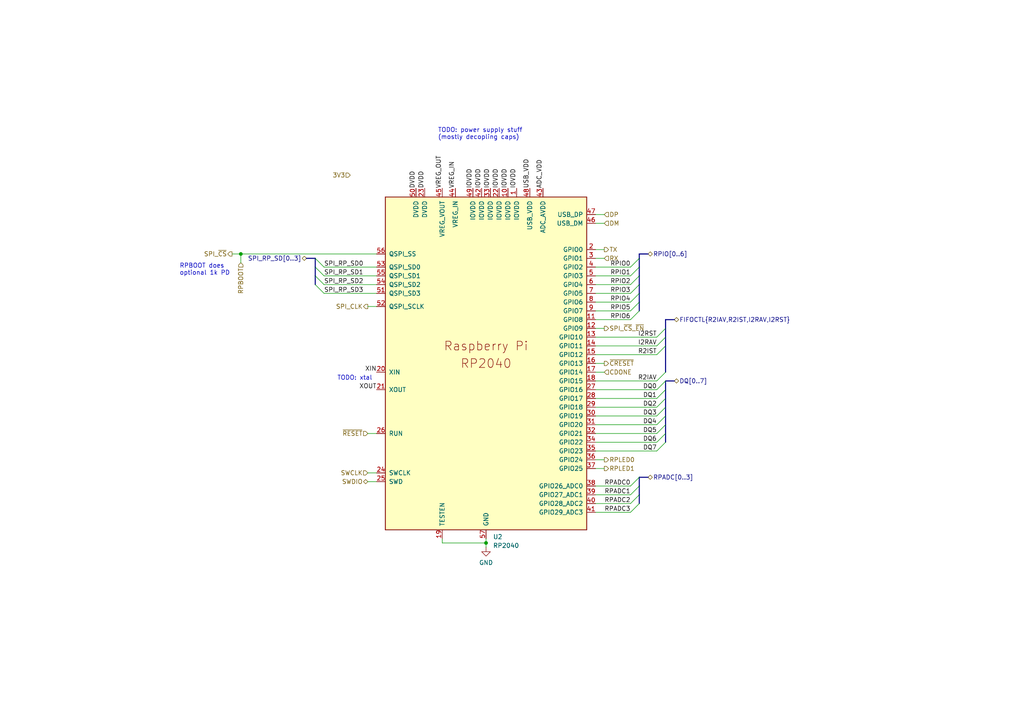
<source format=kicad_sch>
(kicad_sch (version 20211123) (generator eeschema)
  (paper "A4")
  (lib_symbols
    (symbol "MCU_RaspberryPi_and_Boards:RP2040" (pin_names (offset 1.016))
      (property "Reference" "U" (at -29.21 49.53 0))
      (property "Value" "RP2040" (at 24.13 -49.53 0))
      (symbol "RP2040_0_0"
        (text "Raspberry Pi" (at 0 5.08 0) (effects (font (size 2.54 2.54))))
        (text "RP2040" (at 0 0 0) (effects (font (size 2.54 2.54))))
      )
      (symbol "RP2040_0_1"
        (rectangle (start 29.21 48.26) (end -29.21 -48.26) (stroke (width 0.254)) (fill (type background)))
      )
      (symbol "RP2040_1_1"
        (pin power_in line (at 8.89 50.8 270) (length 2.54) (name "IOVDD") (number "1"))
        (pin power_in line (at 6.35 50.8 270) (length 2.54) (name "IOVDD") (number "10"))
        (pin bidirectional line (at 31.75 12.7 180) (length 2.54) (name "GPIO8") (number "11"))
        (pin bidirectional line (at 31.75 10.16 180) (length 2.54) (name "GPIO9") (number "12"))
        (pin bidirectional line (at 31.75 7.62 180) (length 2.54) (name "GPIO10") (number "13"))
        (pin bidirectional line (at 31.75 5.08 180) (length 2.54) (name "GPIO11") (number "14"))
        (pin bidirectional line (at 31.75 2.54 180) (length 2.54) (name "GPIO12") (number "15"))
        (pin bidirectional line (at 31.75 0 180) (length 2.54) (name "GPIO13") (number "16"))
        (pin bidirectional line (at 31.75 -2.54 180) (length 2.54) (name "GPIO14") (number "17"))
        (pin bidirectional line (at 31.75 -5.08 180) (length 2.54) (name "GPIO15") (number "18"))
        (pin passive line (at -12.7 -50.8 90) (length 2.54) (name "TESTEN") (number "19"))
        (pin bidirectional line (at 31.75 33.02 180) (length 2.54) (name "GPIO0") (number "2"))
        (pin input line (at -31.75 -2.54 0) (length 2.54) (name "XIN") (number "20"))
        (pin passive line (at -31.75 -7.62 0) (length 2.54) (name "XOUT") (number "21"))
        (pin power_in line (at 3.81 50.8 270) (length 2.54) (name "IOVDD") (number "22"))
        (pin power_in line (at -17.78 50.8 270) (length 2.54) (name "DVDD") (number "23"))
        (pin output line (at -31.75 -31.75 0) (length 2.54) (name "SWCLK") (number "24"))
        (pin bidirectional line (at -31.75 -34.29 0) (length 2.54) (name "SWD") (number "25"))
        (pin input line (at -31.75 -20.32 0) (length 2.54) (name "RUN") (number "26"))
        (pin bidirectional line (at 31.75 -7.62 180) (length 2.54) (name "GPIO16") (number "27"))
        (pin bidirectional line (at 31.75 -10.16 180) (length 2.54) (name "GPIO17") (number "28"))
        (pin bidirectional line (at 31.75 -12.7 180) (length 2.54) (name "GPIO18") (number "29"))
        (pin bidirectional line (at 31.75 30.48 180) (length 2.54) (name "GPIO1") (number "3"))
        (pin bidirectional line (at 31.75 -15.24 180) (length 2.54) (name "GPIO19") (number "30"))
        (pin bidirectional line (at 31.75 -17.78 180) (length 2.54) (name "GPIO20") (number "31"))
        (pin bidirectional line (at 31.75 -20.32 180) (length 2.54) (name "GPIO21") (number "32"))
        (pin power_in line (at 1.27 50.8 270) (length 2.54) (name "IOVDD") (number "33"))
        (pin bidirectional line (at 31.75 -22.86 180) (length 2.54) (name "GPIO22") (number "34"))
        (pin bidirectional line (at 31.75 -25.4 180) (length 2.54) (name "GPIO23") (number "35"))
        (pin bidirectional line (at 31.75 -27.94 180) (length 2.54) (name "GPIO24") (number "36"))
        (pin bidirectional line (at 31.75 -30.48 180) (length 2.54) (name "GPIO25") (number "37"))
        (pin bidirectional line (at 31.75 -35.56 180) (length 2.54) (name "GPIO26_ADC0") (number "38"))
        (pin bidirectional line (at 31.75 -38.1 180) (length 2.54) (name "GPIO27_ADC1") (number "39"))
        (pin bidirectional line (at 31.75 27.94 180) (length 2.54) (name "GPIO2") (number "4"))
        (pin bidirectional line (at 31.75 -40.64 180) (length 2.54) (name "GPIO28_ADC2") (number "40"))
        (pin bidirectional line (at 31.75 -43.18 180) (length 2.54) (name "GPIO29_ADC3") (number "41"))
        (pin power_in line (at -1.27 50.8 270) (length 2.54) (name "IOVDD") (number "42"))
        (pin power_in line (at 16.51 50.8 270) (length 2.54) (name "ADC_AVDD") (number "43"))
        (pin power_in line (at -8.89 50.8 270) (length 2.54) (name "VREG_IN") (number "44"))
        (pin power_out line (at -12.7 50.8 270) (length 2.54) (name "VREG_VOUT") (number "45"))
        (pin bidirectional line (at 31.75 40.64 180) (length 2.54) (name "USB_DM") (number "46"))
        (pin bidirectional line (at 31.75 43.18 180) (length 2.54) (name "USB_DP") (number "47"))
        (pin power_in line (at 12.7 50.8 270) (length 2.54) (name "USB_VDD") (number "48"))
        (pin power_in line (at -3.81 50.8 270) (length 2.54) (name "IOVDD") (number "49"))
        (pin bidirectional line (at 31.75 25.4 180) (length 2.54) (name "GPIO3") (number "5"))
        (pin power_in line (at -20.32 50.8 270) (length 2.54) (name "DVDD") (number "50"))
        (pin bidirectional line (at -31.75 20.32 0) (length 2.54) (name "QSPI_SD3") (number "51"))
        (pin output line (at -31.75 16.51 0) (length 2.54) (name "QSPI_SCLK") (number "52"))
        (pin bidirectional line (at -31.75 27.94 0) (length 2.54) (name "QSPI_SD0") (number "53"))
        (pin bidirectional line (at -31.75 22.86 0) (length 2.54) (name "QSPI_SD2") (number "54"))
        (pin bidirectional line (at -31.75 25.4 0) (length 2.54) (name "QSPI_SD1") (number "55"))
        (pin bidirectional line (at -31.75 31.75 0) (length 2.54) (name "QSPI_SS") (number "56"))
        (pin power_in line (at 0 -50.8 90) (length 2.54) (name "GND") (number "57"))
        (pin bidirectional line (at 31.75 22.86 180) (length 2.54) (name "GPIO4") (number "6"))
        (pin bidirectional line (at 31.75 20.32 180) (length 2.54) (name "GPIO5") (number "7"))
        (pin bidirectional line (at 31.75 17.78 180) (length 2.54) (name "GPIO6") (number "8"))
        (pin bidirectional line (at 31.75 15.24 180) (length 2.54) (name "GPIO7") (number "9"))
      )
    )
    (symbol "power:GND" (power) (pin_names (offset 0))
      (property "Value" "GND" (at 0 -3.81 0))
      (symbol "GND_0_1"
        (polyline (pts (xy 0 0) (xy 0 -1.27) (xy 1.27 -1.27) (xy 0 -2.54) (xy -1.27 -1.27) (xy 0 -1.27)))
      )
      (symbol "GND_1_1"
        (pin power_in line (at 0 0 270) (length 0) hide (name "GND") (number "1"))
      )
    )
  )
  (junction (at 140.97 157.48))
  (junction (at 69.85 73.66))
  (bus_entry (at 182.88 140.97) (size 2.54 -2.54))
  (bus_entry (at 182.88 146.05) (size 2.54 -2.54))
  (bus_entry (at 182.88 90.17) (size 2.54 -2.54))
  (bus_entry (at 182.88 148.59) (size 2.54 -2.54))
  (bus_entry (at 190.5 110.49) (size 2.54 -2.54))
  (bus_entry (at 190.5 102.87) (size 2.54 -2.54))
  (bus_entry (at 190.5 100.33) (size 2.54 -2.54))
  (bus_entry (at 190.5 97.79) (size 2.54 -2.54))
  (bus_entry (at 182.88 77.47) (size 2.54 -2.54))
  (bus_entry (at 91.44 74.93) (size 2.54 2.54))
  (bus_entry (at 91.44 80.01) (size 2.54 2.54))
  (bus_entry (at 91.44 77.47) (size 2.54 2.54))
  (bus_entry (at 91.44 82.55) (size 2.54 2.54))
  (bus_entry (at 182.88 143.51) (size 2.54 -2.54))
  (bus_entry (at 182.88 80.01) (size 2.54 -2.54))
  (bus_entry (at 190.5 120.65) (size 2.54 -2.54))
  (bus_entry (at 190.5 118.11) (size 2.54 -2.54))
  (bus_entry (at 190.5 113.03) (size 2.54 -2.54))
  (bus_entry (at 190.5 115.57) (size 2.54 -2.54))
  (bus_entry (at 190.5 128.27) (size 2.54 -2.54))
  (bus_entry (at 190.5 130.81) (size 2.54 -2.54))
  (bus_entry (at 190.5 125.73) (size 2.54 -2.54))
  (bus_entry (at 190.5 123.19) (size 2.54 -2.54))
  (bus_entry (at 182.88 82.55) (size 2.54 -2.54))
  (bus_entry (at 182.88 87.63) (size 2.54 -2.54))
  (bus_entry (at 182.88 85.09) (size 2.54 -2.54))
  (bus_entry (at 182.88 92.71) (size 2.54 -2.54))
  (bus (pts (xy 185.42 90.17) (xy 185.42 87.63)))
  (wire (pts (xy 172.72 102.87) (xy 190.5 102.87)))
  (wire (pts (xy 172.72 92.71) (xy 182.88 92.71)))
  (wire (pts (xy 172.72 80.01) (xy 182.88 80.01)))
  (wire (pts (xy 93.98 82.55) (xy 109.22 82.55)))
  (bus (pts (xy 185.42 77.47) (xy 185.42 74.93)))
  (wire (pts (xy 67.31 73.66) (xy 69.85 73.66)))
  (bus (pts (xy 193.04 120.65) (xy 193.04 118.11)))
  (wire (pts (xy 172.72 85.09) (xy 182.88 85.09)))
  (wire (pts (xy 140.97 156.21) (xy 140.97 157.48)))
  (wire (pts (xy 106.68 139.7) (xy 109.22 139.7)))
  (wire (pts (xy 172.72 72.39) (xy 175.26 72.39)))
  (wire (pts (xy 172.72 97.79) (xy 190.5 97.79)))
  (bus (pts (xy 185.42 80.01) (xy 185.42 77.47)))
  (bus (pts (xy 185.42 87.63) (xy 185.42 85.09)))
  (wire (pts (xy 106.68 125.73) (xy 109.22 125.73)))
  (wire (pts (xy 172.72 95.25) (xy 175.26 95.25)))
  (bus (pts (xy 185.42 85.09) (xy 185.42 82.55)))
  (wire (pts (xy 172.72 64.77) (xy 175.26 64.77)))
  (wire (pts (xy 128.27 157.48) (xy 140.97 157.48)))
  (wire (pts (xy 140.97 157.48) (xy 140.97 158.75)))
  (bus (pts (xy 185.42 73.66) (xy 185.42 74.93)))
  (wire (pts (xy 172.72 135.89) (xy 175.26 135.89)))
  (wire (pts (xy 93.98 85.09) (xy 109.22 85.09)))
  (wire (pts (xy 106.68 88.9) (xy 109.22 88.9)))
  (bus (pts (xy 193.04 118.11) (xy 193.04 115.57)))
  (wire (pts (xy 172.72 123.19) (xy 190.5 123.19)))
  (bus (pts (xy 193.04 113.03) (xy 193.04 110.49)))
  (wire (pts (xy 172.72 133.35) (xy 175.26 133.35)))
  (bus (pts (xy 193.04 95.25) (xy 193.04 97.79)))
  (bus (pts (xy 185.42 138.43) (xy 187.96 138.43)))
  (bus (pts (xy 91.44 77.47) (xy 91.44 74.93)))
  (bus (pts (xy 193.04 110.49) (xy 195.58 110.49)))
  (wire (pts (xy 172.72 82.55) (xy 182.88 82.55)))
  (bus (pts (xy 185.42 140.97) (xy 185.42 143.51)))
  (wire (pts (xy 69.85 73.66) (xy 109.22 73.66)))
  (bus (pts (xy 193.04 92.71) (xy 193.04 95.25)))
  (wire (pts (xy 172.72 130.81) (xy 190.5 130.81)))
  (bus (pts (xy 185.42 138.43) (xy 185.42 140.97)))
  (wire (pts (xy 172.72 143.51) (xy 182.88 143.51)))
  (wire (pts (xy 172.72 62.23) (xy 175.26 62.23)))
  (wire (pts (xy 172.72 105.41) (xy 175.26 105.41)))
  (wire (pts (xy 172.72 118.11) (xy 190.5 118.11)))
  (wire (pts (xy 172.72 128.27) (xy 190.5 128.27)))
  (wire (pts (xy 93.98 77.47) (xy 109.22 77.47)))
  (bus (pts (xy 88.9 74.93) (xy 91.44 74.93)))
  (wire (pts (xy 172.72 107.95) (xy 175.26 107.95)))
  (wire (pts (xy 172.72 110.49) (xy 190.5 110.49)))
  (bus (pts (xy 193.04 123.19) (xy 193.04 120.65)))
  (bus (pts (xy 193.04 115.57) (xy 193.04 113.03)))
  (wire (pts (xy 172.72 125.73) (xy 190.5 125.73)))
  (wire (pts (xy 172.72 140.97) (xy 182.88 140.97)))
  (bus (pts (xy 185.42 82.55) (xy 185.42 80.01)))
  (bus (pts (xy 91.44 82.55) (xy 91.44 80.01)))
  (wire (pts (xy 172.72 90.17) (xy 182.88 90.17)))
  (wire (pts (xy 172.72 100.33) (xy 190.5 100.33)))
  (bus (pts (xy 193.04 100.33) (xy 193.04 107.95)))
  (wire (pts (xy 93.98 80.01) (xy 109.22 80.01)))
  (wire (pts (xy 69.85 73.66) (xy 69.85 76.2)))
  (wire (pts (xy 172.72 87.63) (xy 182.88 87.63)))
  (bus (pts (xy 193.04 128.27) (xy 193.04 125.73)))
  (wire (pts (xy 172.72 74.93) (xy 175.26 74.93)))
  (wire (pts (xy 128.27 156.21) (xy 128.27 157.48)))
  (bus (pts (xy 193.04 125.73) (xy 193.04 123.19)))
  (bus (pts (xy 185.42 73.66) (xy 187.96 73.66)))
  (wire (pts (xy 172.72 113.03) (xy 190.5 113.03)))
  (bus (pts (xy 185.42 143.51) (xy 185.42 146.05)))
  (bus (pts (xy 193.04 92.71) (xy 195.58 92.71)))
  (wire (pts (xy 172.72 120.65) (xy 190.5 120.65)))
  (wire (pts (xy 172.72 148.59) (xy 182.88 148.59)))
  (wire (pts (xy 106.68 137.16) (xy 109.22 137.16)))
  (wire (pts (xy 172.72 115.57) (xy 190.5 115.57)))
  (bus (pts (xy 193.04 97.79) (xy 193.04 100.33)))
  (wire (pts (xy 172.72 146.05) (xy 182.88 146.05)))
  (bus (pts (xy 91.44 80.01) (xy 91.44 77.47)))
  (wire (pts (xy 172.72 77.47) (xy 182.88 77.47)))
  (text "TODO: power supply stuff\n(mostly decopling caps)" (at 127 40.64 0) (effects (font (size 1.27 1.27)) (justify left bottom)))
  (text "RPBOOT does\noptional 1k PD" (at 52.07 80.01 0) (effects (font (size 1.27 1.27)) (justify left bottom)))
  (text "TODO: xtal" (at 97.7856 110.4553 0) (effects (font (size 1.27 1.27)) (justify left bottom)))
  (label "I2RST" (at 190.5 97.79 180))
  (label "DQ1" (at 190.5 115.57 180))
  (label "R2IAV" (at 190.5 110.49 180))
  (label "XIN" (at 109.22 107.95 180))
  (label "RPADC2" (at 182.88 146.05 180))
  (label "SPI_RP_SD2" (at 93.98 82.55 0))
  (label "DVDD" (at 120.65 54.61 90))
  (label "DVDD" (at 123.19 54.61 90))
  (label "XOUT" (at 109.22 113.03 180))
  (label "VREG_IN" (at 132.08 54.61 90))
  (label "ADC_VDD" (at 157.48 54.61 90))
  (label "RPIO4" (at 182.88 87.63 180))
  (label "IOVDD" (at 137.16 54.61 90))
  (label "IOVDD" (at 139.7 54.61 90))
  (label "DQ5" (at 190.5 125.73 180))
  (label "DQ7" (at 190.5 130.81 180))
  (label "RPIO0" (at 182.88 77.47 180))
  (label "DQ6" (at 190.5 128.27 180))
  (label "SPI_RP_SD0" (at 93.98 77.47 0))
  (label "IOVDD" (at 142.24 54.61 90))
  (label "IOVDD" (at 147.32 54.61 90))
  (label "DQ2" (at 190.5 118.11 180))
  (label "DQ4" (at 190.5 123.19 180))
  (label "DQ3" (at 190.5 120.65 180))
  (label "RPADC0" (at 182.88 140.97 180))
  (label "IOVDD" (at 144.78 54.61 90))
  (label "SPI_RP_SD3" (at 93.98 85.09 0))
  (label "R2IST" (at 190.5 102.87 180))
  (label "RPIO2" (at 182.88 82.55 180))
  (label "VREG_OUT" (at 128.27 54.61 90))
  (label "RPIO1" (at 182.88 80.01 180))
  (label "RPADC1" (at 182.88 143.51 180))
  (label "RPIO6" (at 182.88 92.71 180))
  (label "USB_VDD" (at 153.67 54.61 90))
  (label "RPADC3" (at 182.88 148.59 180))
  (label "I2RAV" (at 190.5 100.33 180))
  (label "IOVDD" (at 149.86 54.61 90))
  (label "DQ0" (at 190.5 113.03 180))
  (label "SPI_RP_SD1" (at 93.98 80.01 0))
  (label "RPIO3" (at 182.88 85.09 180))
  (label "RPIO5" (at 182.88 90.17 180))
  (hierarchical_label "DM" (shape input) (at 175.26 64.77 0))
  (hierarchical_label "SPI_~{CS}" (shape output) (at 67.31 73.66 180))
  (hierarchical_label "~{CRESET}" (shape output) (at 175.26 105.41 0))
  (hierarchical_label "RPLED0" (shape output) (at 175.26 133.35 0))
  (hierarchical_label "SWCLK" (shape input) (at 106.68 137.16 180))
  (hierarchical_label "RPLED1" (shape output) (at 175.26 135.89 0))
  (hierarchical_label "SPI_RP_SD[0..3]" (shape bidirectional) (at 88.9 74.93 180))
  (hierarchical_label "SWDIO" (shape bidirectional) (at 106.68 139.7 180))
  (hierarchical_label "RPIO[0..6]" (shape bidirectional) (at 187.96 73.66 0))
  (hierarchical_label "SPI_~{CS}_~{EN}" (shape output) (at 175.26 95.25 0))
  (hierarchical_label "~{RESET}" (shape input) (at 106.68 125.73 180))
  (hierarchical_label "RPBOOT" (shape input) (at 69.85 76.2 270))
  (hierarchical_label "RPADC[0..3]" (shape bidirectional) (at 187.96 138.43 0))
  (hierarchical_label "3V3" (shape input) (at 101.6 50.8 180))
  (hierarchical_label "DQ[0..7]" (shape bidirectional) (at 195.58 110.49 0))
  (hierarchical_label "RX" (shape input) (at 175.26 74.93 0))
  (hierarchical_label "FIFOCTL{R2IAV,R2IST,I2RAV,I2RST}" (shape bidirectional) (at 195.58 92.71 0))
  (hierarchical_label "CDONE" (shape input) (at 175.26 107.95 0))
  (hierarchical_label "TX" (shape output) (at 175.26 72.39 0))
  (hierarchical_label "DP" (shape input) (at 175.26 62.23 0))
  (hierarchical_label "SPI_CLK" (shape output) (at 106.68 88.9 180))
  (symbol (lib_id "power:GND") (at 140.97 158.75 0) (unit 1)
    (property "Reference" "#PWR029" (effects hide))
    (property "Value" "GND" (at 140.97 163.1934 0))
  )
  (symbol (lib_id "MCU_RaspberryPi_and_Boards:RP2040") (at 140.97 105.41 0) (unit 1)
    (property "Reference" "U2" (at 142.9894 155.7004 0) (effects (justify left)))
    (property "Value" "RP2040" (at 142.9894 158.2373 0) (effects (justify left)))
    (property "Footprint" "MCU_RaspberryPi_and_Boards:RP2040-QFN-56" (effects hide))
  )
)
</source>
